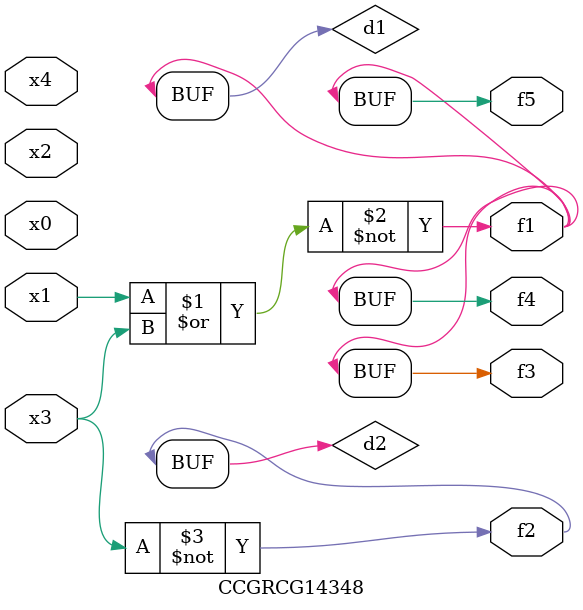
<source format=v>
module CCGRCG14348(
	input x0, x1, x2, x3, x4,
	output f1, f2, f3, f4, f5
);

	wire d1, d2;

	nor (d1, x1, x3);
	not (d2, x3);
	assign f1 = d1;
	assign f2 = d2;
	assign f3 = d1;
	assign f4 = d1;
	assign f5 = d1;
endmodule

</source>
